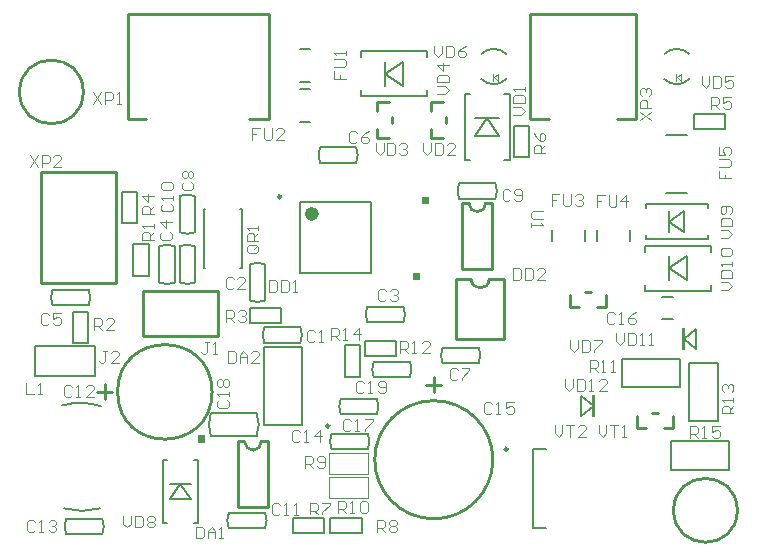
<source format=gto>
G04 Layer_Color=65535*
%FSLAX24Y24*%
%MOIN*%
G70*
G01*
G75*
%ADD10C,0.0079*%
%ADD42C,0.0098*%
%ADD46C,0.0236*%
%ADD66C,0.0070*%
%ADD67C,0.0100*%
%ADD68C,0.0070*%
%ADD69C,0.0071*%
%ADD70C,0.0050*%
%ADD71C,0.0067*%
%ADD72C,0.0039*%
G36*
X39059Y33813D02*
X38949D01*
Y34533D01*
X39059D01*
Y33813D01*
D02*
G37*
G36*
X26045Y32947D02*
X25795D01*
Y33197D01*
X26045D01*
Y32947D01*
D02*
G37*
G36*
X42055Y36047D02*
X41945D01*
Y36767D01*
X42055D01*
Y36047D01*
D02*
G37*
G36*
X33526Y40890D02*
X33276D01*
Y41140D01*
X33526D01*
Y40890D01*
D02*
G37*
G36*
X33220Y38350D02*
X32970D01*
Y38600D01*
X33220D01*
Y38350D01*
D02*
G37*
D10*
X28012Y36142D02*
X29272D01*
X28012Y33543D02*
X29272D01*
X28012D02*
Y36142D01*
X29272Y33543D02*
Y36142D01*
X29203Y44970D02*
X29557D01*
X29203Y46073D02*
X29557D01*
X29203Y43642D02*
X29557D01*
X29203Y44744D02*
X29557D01*
X37618Y39675D02*
Y40030D01*
X38720Y39675D02*
Y40030D01*
X39104Y39675D02*
Y40030D01*
X40207Y39675D02*
Y40030D01*
X41417Y41270D02*
X42126D01*
X41417Y43199D02*
X42126D01*
X27224Y40728D02*
X27264D01*
Y38760D02*
Y40728D01*
X27224Y38760D02*
X27264D01*
X26004Y40728D02*
X26043D01*
X26004Y38760D02*
Y40728D01*
Y38760D02*
X26043D01*
X34705Y44577D02*
X34892D01*
X36014D02*
X36201D01*
X34705Y42372D02*
X34892D01*
X36014D02*
X36201D01*
X34705D02*
Y44577D01*
X36201Y42372D02*
Y44577D01*
X31250Y44498D02*
Y44685D01*
Y45807D02*
Y45994D01*
X33455Y44498D02*
Y44685D01*
Y45807D02*
Y45994D01*
X31250Y44498D02*
X33455D01*
X31250Y45994D02*
X33455D01*
X24656Y30276D02*
Y32362D01*
X25797Y30276D02*
Y32362D01*
X24656D02*
X24764D01*
X25689D02*
X25797D01*
X24656Y30276D02*
X24764D01*
X25689D02*
X25797D01*
X40728Y39744D02*
X42815D01*
X40728Y40886D02*
X42815D01*
X40728Y39744D02*
Y39852D01*
Y40778D02*
Y40886D01*
X42815Y39744D02*
Y39852D01*
Y40778D02*
Y40886D01*
X40699Y38002D02*
Y38189D01*
Y39311D02*
Y39498D01*
X42904Y38002D02*
Y38189D01*
Y39311D02*
Y39498D01*
X40699Y38002D02*
X42904D01*
X40699Y39498D02*
X42904D01*
X41995Y36407D02*
X42425Y36077D01*
X41995Y36407D02*
X42425Y36737D01*
Y36077D02*
Y36737D01*
X38579Y34503D02*
X39009Y34173D01*
X38579Y33843D02*
X39009Y34173D01*
X38579Y33843D02*
Y34503D01*
X36978Y30089D02*
Y32726D01*
X37411D01*
X36978Y30089D02*
X37411D01*
X29213Y38602D02*
Y40965D01*
X31575Y38602D02*
Y40965D01*
X29213Y38602D02*
X31575D01*
X29213Y40965D02*
X31575D01*
D42*
X30187Y33504D02*
G03*
X30187Y33504I-49J0D01*
G01*
X36132Y32726D02*
G03*
X36132Y32726I-49J0D01*
G01*
X28573Y41142D02*
G03*
X28573Y41142I-49J0D01*
G01*
D46*
X29724Y40571D02*
G03*
X29724Y40571I-118J0D01*
G01*
D66*
X20962Y38041D02*
G03*
X20961Y37531I608J-256D01*
G01*
X22169D02*
G03*
X22168Y38041I-609J255D01*
G01*
X28018Y36790D02*
G03*
X28019Y36280I609J-255D01*
G01*
X29225D02*
G03*
X29226Y36790I-608J256D01*
G01*
X27541Y37684D02*
G03*
X28051Y37684I255J609D01*
G01*
Y38891D02*
G03*
X27541Y38891I-256J-608D01*
G01*
X32661Y36970D02*
G03*
X32661Y37480I-609J255D01*
G01*
X31454D02*
G03*
X31453Y36970I608J-256D01*
G01*
X25028Y39492D02*
G03*
X24518Y39491I-255J-609D01*
G01*
Y38284D02*
G03*
X25028Y38284I256J608D01*
G01*
X31086Y42275D02*
G03*
X31086Y42785I-609J255D01*
G01*
X29879D02*
G03*
X29878Y42275I608J-256D01*
G01*
X35171Y35602D02*
G03*
X35170Y36112I-609J255D01*
G01*
X33963D02*
G03*
X33963Y35602I608J-256D01*
G01*
X25707Y41165D02*
G03*
X25197Y41164I-255J-609D01*
G01*
Y39958D02*
G03*
X25707Y39957I256J608D01*
G01*
X34514Y41593D02*
G03*
X34515Y41083I609J-255D01*
G01*
X35722D02*
G03*
X35722Y41593I-608J256D01*
G01*
X25197Y38284D02*
G03*
X25708Y38284I255J609D01*
G01*
Y39491D02*
G03*
X25197Y39492I-256J-608D01*
G01*
X28045Y30090D02*
G03*
X28044Y30600I-609J255D01*
G01*
X26838D02*
G03*
X26837Y30090I608J-256D01*
G01*
X21414Y30412D02*
G03*
X21414Y29902I609J-255D01*
G01*
X22621D02*
G03*
X22622Y30412I-608J256D01*
G01*
X30262Y33237D02*
G03*
X30263Y32727I609J-255D01*
G01*
X31470D02*
G03*
X31470Y33237I-608J256D01*
G01*
X31775Y33899D02*
G03*
X31775Y34409I-609J255D01*
G01*
X30568D02*
G03*
X30567Y33899I608J-256D01*
G01*
X31670Y35648D02*
G03*
X31670Y35138I609J-255D01*
G01*
X32877D02*
G03*
X32878Y35648I-608J256D01*
G01*
X20965Y37530D02*
X22165D01*
X20964Y38041D02*
X22165D01*
X28022Y36280D02*
X29223D01*
X28022Y36790D02*
X29222D01*
X28051Y37687D02*
Y38888D01*
X27540Y37687D02*
Y38887D01*
X31456Y37480D02*
X32657D01*
X31457Y36969D02*
X32657D01*
X24518Y38287D02*
Y39488D01*
X25029Y38288D02*
Y39488D01*
X29882Y42785D02*
X31082D01*
X29882Y42275D02*
X31082D01*
X33966Y36112D02*
X35167D01*
X33967Y35601D02*
X35167D01*
X25197Y39960D02*
Y41161D01*
X25708Y39961D02*
Y41161D01*
X34518Y41083D02*
X35719D01*
X34518Y41594D02*
X35718D01*
X25708Y38288D02*
Y39489D01*
X25197Y38288D02*
Y39488D01*
X26840Y30600D02*
X28041D01*
X26841Y30089D02*
X28041D01*
X21418Y29902D02*
X22618D01*
X21418Y30412D02*
X22618D01*
X30266Y32726D02*
X31467D01*
X30266Y33237D02*
X31466D01*
X30571Y34409D02*
X31771D01*
X30571Y33899D02*
X31771D01*
X31674Y35138D02*
X32874D01*
X31674Y35649D02*
X32874D01*
X23661Y38514D02*
X24173D01*
X23661Y39557D02*
X24173D01*
Y38514D02*
Y39557D01*
X23661Y38514D02*
Y39557D01*
X21644Y36260D02*
X22156D01*
X21644Y37303D02*
X22156D01*
Y36260D02*
Y37303D01*
X21644Y36260D02*
Y37303D01*
X28583Y36929D02*
Y37441D01*
X27539Y36929D02*
Y37441D01*
X28583D01*
X27539Y36929D02*
X28583D01*
X23268Y40266D02*
X23780D01*
X23268Y41309D02*
X23780D01*
Y40266D02*
Y41309D01*
X23268Y40266D02*
Y41309D01*
X42333Y43396D02*
Y43907D01*
X43376Y43396D02*
Y43907D01*
X42333Y43396D02*
X43376D01*
X42333Y43907D02*
X43376D01*
X36348Y42471D02*
X36860D01*
X36348Y43514D02*
X36860D01*
Y42471D02*
Y43514D01*
X36348Y42471D02*
Y43514D01*
X30010Y29931D02*
Y30443D01*
X28966Y29931D02*
Y30443D01*
X30010D01*
X28966Y29931D02*
X30010D01*
X31270D02*
Y30443D01*
X30226Y29931D02*
Y30443D01*
X31270D01*
X30226Y29931D02*
X31270D01*
X30699Y35148D02*
X31211D01*
X30699Y36191D02*
X31211D01*
Y35148D02*
Y36191D01*
X30699Y35148D02*
Y36191D01*
X32421Y35817D02*
Y36329D01*
X31378Y35817D02*
Y36329D01*
X32421D01*
X31378Y35817D02*
X32421D01*
D67*
X34844Y40919D02*
G03*
X35403Y40938I280J0D01*
G01*
X26280Y34636D02*
G03*
X26280Y34636I-1575J0D01*
G01*
X35640Y32376D02*
G03*
X35640Y32376I-1969J0D01*
G01*
X27364Y32976D02*
G03*
X27923Y32995I280J0D01*
G01*
X34920Y38400D02*
G03*
X35520Y38400I300J0D01*
G01*
X43789Y30689D02*
G03*
X43789Y30689I-1063J0D01*
G01*
X21988Y44636D02*
G03*
X21988Y44636I-1063J0D01*
G01*
X34626Y40940D02*
X34826D01*
X35426D02*
X35626D01*
X34626Y38740D02*
X35626D01*
X34626D02*
Y40940D01*
X35626Y38740D02*
Y40940D01*
X36870Y47226D02*
X40413D01*
X39783Y43722D02*
X40413D01*
X36870D02*
X37500D01*
X40413D02*
Y47226D01*
X36870Y43722D02*
Y47226D01*
X27520Y43722D02*
X28189D01*
X23465D02*
X24094D01*
X23465D02*
Y46439D01*
X28189Y43722D02*
Y46439D01*
X23465Y47226D02*
X25827D01*
X23465Y46400D02*
Y47226D01*
X25827D02*
X28189D01*
Y46439D02*
Y47226D01*
X22455Y34636D02*
X22955D01*
X22705Y34386D02*
Y34886D01*
X33421Y34876D02*
X33921D01*
X33671Y34626D02*
Y35126D01*
X28145Y30797D02*
Y32997D01*
X27145Y30797D02*
Y32997D01*
Y30797D02*
X28145D01*
X27945Y32997D02*
X28145D01*
X27145D02*
X27345D01*
X34420Y38400D02*
X34920D01*
X34420Y36400D02*
X36020D01*
Y38400D01*
X34420Y36400D02*
Y38400D01*
X35520D02*
X36020D01*
X23974Y38014D02*
X24974D01*
X23974Y36514D02*
Y38014D01*
X26474Y36514D02*
Y38014D01*
X23974Y36514D02*
X26474D01*
X24974Y38014D02*
X26474D01*
X33576Y44297D02*
X33976D01*
X33576Y43997D02*
Y44297D01*
Y43097D02*
X33976D01*
X33576D02*
Y43397D01*
X34076Y43597D02*
Y43797D01*
X31785Y44297D02*
X32185D01*
X31785Y43997D02*
Y44297D01*
Y43097D02*
X32185D01*
X31785D02*
Y43397D01*
X32285Y43597D02*
Y43797D01*
X39122Y37464D02*
X39422D01*
X38222D02*
Y37864D01*
Y37464D02*
X38522D01*
X38722Y37964D02*
X38922D01*
X39422Y37464D02*
Y37864D01*
X41337Y33449D02*
X41637D01*
X40437D02*
Y33849D01*
Y33449D02*
X40737D01*
X40937Y33949D02*
X41137D01*
X41637Y33449D02*
Y33849D01*
X23087Y39841D02*
X23089Y41982D01*
X20589D02*
X23089D01*
X20589Y38282D02*
X23089D01*
X20567Y38305D02*
Y41967D01*
X23087Y38305D02*
X23089Y39882D01*
D68*
X27768Y33182D02*
G03*
X27768Y33924I-1004J371D01*
G01*
X26239Y33924D02*
G03*
X26239Y33184I1025J-371D01*
G01*
X26245Y33923D02*
X27765D01*
X26245Y33183D02*
X27765D01*
X39945Y34786D02*
X41875D01*
X39945Y35746D02*
X41875D01*
X39945Y34786D02*
Y35746D01*
X41875Y34786D02*
Y35746D01*
X42168Y33656D02*
Y35586D01*
X43128Y33656D02*
Y35586D01*
X42168D02*
X43128D01*
X42168Y33656D02*
X43128D01*
X41579Y32990D02*
X43509D01*
X41579Y32030D02*
X43509D01*
Y32990D01*
X41579Y32030D02*
Y32990D01*
D69*
X22586Y34155D02*
G03*
X21285Y34185I-697J-2035D01*
G01*
X21350Y30752D02*
G03*
X22543Y30756I589J2068D01*
G01*
X42187Y45900D02*
G03*
X41352Y45900I-418J-418D01*
G01*
Y45065D02*
G03*
X42187Y45065I418J418D01*
G01*
X36085Y45900D02*
G03*
X35250Y45900I-418J-418D01*
G01*
Y45065D02*
G03*
X36085Y45065I418J418D01*
G01*
D70*
X20390Y36150D02*
X22390D01*
Y35150D02*
Y36150D01*
X20390Y35150D02*
X22390D01*
X20390D02*
Y36150D01*
X35053Y43774D02*
X35853D01*
X35053Y43174D02*
X35853D01*
X35453Y43774D02*
X35853Y43174D01*
X35053D02*
X35453Y43774D01*
X32052Y44846D02*
Y45646D01*
X32652Y44846D02*
Y45646D01*
X32052Y45246D02*
X32652Y45646D01*
X32052Y45246D02*
X32652Y44846D01*
X24876Y31069D02*
X25226Y31569D01*
X25576Y31069D01*
X24876Y31569D02*
X25576D01*
X24876Y31069D02*
X25576D01*
X41522Y40315D02*
X42022Y39965D01*
X41522Y40315D02*
X42022Y40665D01*
X41522Y39965D02*
Y40665D01*
X42022Y39965D02*
Y40665D01*
X41501Y38350D02*
Y39150D01*
X42101Y38350D02*
Y39150D01*
X41501Y38750D02*
X42101Y39150D01*
X41501Y38750D02*
X42101Y38350D01*
D71*
X41289Y37077D02*
X41644D01*
X41289Y37785D02*
X41644D01*
D72*
X30179Y31904D02*
Y32604D01*
X31494Y31904D02*
Y32604D01*
X30179Y31904D02*
X31494D01*
X30179Y32604D02*
X31494D01*
X30179Y31106D02*
Y31807D01*
X31494Y31106D02*
Y31807D01*
X30179Y31106D02*
X31494D01*
X30179Y31807D02*
X31494D01*
X41782Y45128D02*
X41900Y45246D01*
X41782Y45128D02*
X41900Y45010D01*
Y45246D01*
X41742Y45010D02*
Y45246D01*
X35679Y45128D02*
X35797Y45246D01*
X35679Y45128D02*
X35797Y45010D01*
Y45246D01*
X35640Y45010D02*
Y45246D01*
X20853Y37188D02*
X20787Y37254D01*
X20656D01*
X20591Y37188D01*
Y36926D01*
X20656Y36860D01*
X20787D01*
X20853Y36926D01*
X21247Y37254D02*
X20984D01*
Y37057D01*
X21115Y37123D01*
X21181D01*
X21247Y37057D01*
Y36926D01*
X21181Y36860D01*
X21050D01*
X20984Y36926D01*
X22782Y35994D02*
X22651D01*
X22716D01*
Y35666D01*
X22651Y35600D01*
X22585D01*
X22520Y35666D01*
X23176Y35600D02*
X22913D01*
X23176Y35863D01*
Y35928D01*
X23110Y35994D01*
X22979D01*
X22913Y35928D01*
X37303Y40650D02*
X36975D01*
X36909Y40584D01*
Y40453D01*
X36975Y40387D01*
X37303D01*
X36909Y40256D02*
Y40125D01*
Y40190D01*
X37303D01*
X37237Y40256D01*
X40532Y43701D02*
X40925Y43963D01*
X40532D02*
X40925Y43701D01*
Y44094D02*
X40532D01*
Y44291D01*
X40597Y44357D01*
X40728D01*
X40794Y44291D01*
Y44094D01*
X40597Y44488D02*
X40532Y44554D01*
Y44685D01*
X40597Y44750D01*
X40663D01*
X40728Y44685D01*
Y44619D01*
Y44685D01*
X40794Y44750D01*
X40860D01*
X40925Y44685D01*
Y44554D01*
X40860Y44488D01*
X22323Y44626D02*
X22585Y44232D01*
Y44626D02*
X22323Y44232D01*
X22716D02*
Y44626D01*
X22913D01*
X22979Y44560D01*
Y44429D01*
X22913Y44363D01*
X22716D01*
X23110Y44232D02*
X23241D01*
X23176D01*
Y44626D01*
X23110Y44560D01*
X29721Y36637D02*
X29655Y36703D01*
X29524D01*
X29459Y36637D01*
Y36375D01*
X29524Y36309D01*
X29655D01*
X29721Y36375D01*
X29852Y36309D02*
X29983D01*
X29918D01*
Y36703D01*
X29852Y36637D01*
X26995Y38389D02*
X26929Y38455D01*
X26798D01*
X26732Y38389D01*
Y38127D01*
X26798Y38061D01*
X26929D01*
X26995Y38127D01*
X27388Y38061D02*
X27126D01*
X27388Y38323D01*
Y38389D01*
X27323Y38455D01*
X27191D01*
X27126Y38389D01*
X32083Y37985D02*
X32018Y38051D01*
X31886D01*
X31821Y37985D01*
Y37723D01*
X31886Y37657D01*
X32018D01*
X32083Y37723D01*
X32214Y37985D02*
X32280Y38051D01*
X32411D01*
X32477Y37985D01*
Y37920D01*
X32411Y37854D01*
X32346D01*
X32411D01*
X32477Y37789D01*
Y37723D01*
X32411Y37657D01*
X32280D01*
X32214Y37723D01*
X24623Y39977D02*
X24557Y39911D01*
Y39780D01*
X24623Y39715D01*
X24885D01*
X24951Y39780D01*
Y39911D01*
X24885Y39977D01*
X24951Y40305D02*
X24557D01*
X24754Y40108D01*
Y40371D01*
X31109Y43261D02*
X31043Y43327D01*
X30912D01*
X30846Y43261D01*
Y42999D01*
X30912Y42933D01*
X31043D01*
X31109Y42999D01*
X31502Y43327D02*
X31371Y43261D01*
X31240Y43130D01*
Y42999D01*
X31306Y42933D01*
X31437D01*
X31502Y42999D01*
Y43064D01*
X31437Y43130D01*
X31240D01*
X34465Y35367D02*
X34400Y35433D01*
X34268D01*
X34203Y35367D01*
Y35105D01*
X34268Y35039D01*
X34400D01*
X34465Y35105D01*
X34596Y35433D02*
X34859D01*
Y35367D01*
X34596Y35105D01*
Y35039D01*
X25331Y41621D02*
X25266Y41555D01*
Y41424D01*
X25331Y41358D01*
X25594D01*
X25659Y41424D01*
Y41555D01*
X25594Y41621D01*
X25331Y41752D02*
X25266Y41817D01*
Y41949D01*
X25331Y42014D01*
X25397D01*
X25463Y41949D01*
X25528Y42014D01*
X25594D01*
X25659Y41949D01*
Y41817D01*
X25594Y41752D01*
X25528D01*
X25463Y41817D01*
X25397Y41752D01*
X25331D01*
X25463Y41817D02*
Y41949D01*
X36227Y41332D02*
X36161Y41398D01*
X36030D01*
X35965Y41332D01*
Y41070D01*
X36030Y41004D01*
X36161D01*
X36227Y41070D01*
X36358D02*
X36424Y41004D01*
X36555D01*
X36621Y41070D01*
Y41332D01*
X36555Y41398D01*
X36424D01*
X36358Y41332D01*
Y41266D01*
X36424Y41201D01*
X36621D01*
X24642Y40912D02*
X24577Y40846D01*
Y40715D01*
X24642Y40650D01*
X24905D01*
X24970Y40715D01*
Y40846D01*
X24905Y40912D01*
X24970Y41043D02*
Y41174D01*
Y41109D01*
X24577D01*
X24642Y41043D01*
Y41371D02*
X24577Y41437D01*
Y41568D01*
X24642Y41634D01*
X24905D01*
X24970Y41568D01*
Y41437D01*
X24905Y41371D01*
X24642D01*
X28540Y30869D02*
X28474Y30935D01*
X28343D01*
X28278Y30869D01*
Y30607D01*
X28343Y30541D01*
X28474D01*
X28540Y30607D01*
X28671Y30541D02*
X28802D01*
X28737D01*
Y30935D01*
X28671Y30869D01*
X28999Y30541D02*
X29130D01*
X29065D01*
Y30935D01*
X28999Y30869D01*
X21611Y34796D02*
X21545Y34862D01*
X21414D01*
X21348Y34796D01*
Y34534D01*
X21414Y34469D01*
X21545D01*
X21611Y34534D01*
X21742Y34469D02*
X21873D01*
X21808D01*
Y34862D01*
X21742Y34796D01*
X22332Y34469D02*
X22070D01*
X22332Y34731D01*
Y34796D01*
X22267Y34862D01*
X22136D01*
X22070Y34796D01*
X20371Y30289D02*
X20305Y30354D01*
X20174D01*
X20108Y30289D01*
Y30026D01*
X20174Y29961D01*
X20305D01*
X20371Y30026D01*
X20502Y29961D02*
X20633D01*
X20567D01*
Y30354D01*
X20502Y30289D01*
X20830D02*
X20895Y30354D01*
X21027D01*
X21092Y30289D01*
Y30223D01*
X21027Y30157D01*
X20961D01*
X21027D01*
X21092Y30092D01*
Y30026D01*
X21027Y29961D01*
X20895D01*
X20830Y30026D01*
X29209Y33300D02*
X29144Y33366D01*
X29012D01*
X28947Y33300D01*
Y33038D01*
X29012Y32972D01*
X29144D01*
X29209Y33038D01*
X29340Y32972D02*
X29472D01*
X29406D01*
Y33366D01*
X29340Y33300D01*
X29865Y32972D02*
Y33366D01*
X29668Y33169D01*
X29931D01*
X35607Y34226D02*
X35541Y34291D01*
X35410D01*
X35344Y34226D01*
Y33963D01*
X35410Y33898D01*
X35541D01*
X35607Y33963D01*
X35738Y33898D02*
X35869D01*
X35804D01*
Y34291D01*
X35738Y34226D01*
X36328Y34291D02*
X36066D01*
Y34094D01*
X36197Y34160D01*
X36263D01*
X36328Y34094D01*
Y33963D01*
X36263Y33898D01*
X36132D01*
X36066Y33963D01*
X39701Y37228D02*
X39636Y37293D01*
X39505D01*
X39439Y37228D01*
Y36965D01*
X39505Y36900D01*
X39636D01*
X39701Y36965D01*
X39833Y36900D02*
X39964D01*
X39898D01*
Y37293D01*
X39833Y37228D01*
X40423Y37293D02*
X40292Y37228D01*
X40161Y37096D01*
Y36965D01*
X40226Y36900D01*
X40357D01*
X40423Y36965D01*
Y37031D01*
X40357Y37096D01*
X40161D01*
X30912Y33674D02*
X30846Y33740D01*
X30715D01*
X30650Y33674D01*
Y33412D01*
X30715Y33346D01*
X30846D01*
X30912Y33412D01*
X31043Y33346D02*
X31174D01*
X31109D01*
Y33740D01*
X31043Y33674D01*
X31371Y33740D02*
X31634D01*
Y33674D01*
X31371Y33412D01*
Y33346D01*
X26522Y34357D02*
X26457Y34291D01*
Y34160D01*
X26522Y34094D01*
X26785D01*
X26850Y34160D01*
Y34291D01*
X26785Y34357D01*
X26850Y34488D02*
Y34619D01*
Y34554D01*
X26457D01*
X26522Y34488D01*
Y34816D02*
X26457Y34882D01*
Y35013D01*
X26522Y35078D01*
X26588D01*
X26654Y35013D01*
X26719Y35078D01*
X26785D01*
X26850Y35013D01*
Y34882D01*
X26785Y34816D01*
X26719D01*
X26654Y34882D01*
X26588Y34816D01*
X26522D01*
X26654Y34882D02*
Y35013D01*
X31345Y34934D02*
X31279Y35000D01*
X31148D01*
X31083Y34934D01*
Y34672D01*
X31148Y34606D01*
X31279D01*
X31345Y34672D01*
X31476Y34606D02*
X31607D01*
X31542D01*
Y35000D01*
X31476Y34934D01*
X31804Y34672D02*
X31870Y34606D01*
X32001D01*
X32067Y34672D01*
Y34934D01*
X32001Y35000D01*
X31870D01*
X31804Y34934D01*
Y34869D01*
X31870Y34803D01*
X32067D01*
X25738Y30148D02*
Y29754D01*
X25935D01*
X26001Y29820D01*
Y30082D01*
X25935Y30148D01*
X25738D01*
X26132Y29754D02*
Y30016D01*
X26263Y30148D01*
X26394Y30016D01*
Y29754D01*
Y29951D01*
X26132D01*
X26525Y29754D02*
X26657D01*
X26591D01*
Y30148D01*
X26525Y30082D01*
X26801Y36004D02*
Y35610D01*
X26998D01*
X27064Y35676D01*
Y35938D01*
X26998Y36004D01*
X26801D01*
X27195Y35610D02*
Y35873D01*
X27326Y36004D01*
X27457Y35873D01*
Y35610D01*
Y35807D01*
X27195D01*
X27851Y35610D02*
X27588D01*
X27851Y35873D01*
Y35938D01*
X27785Y36004D01*
X27654D01*
X27588Y35938D01*
X36319Y38770D02*
Y38376D01*
X36516D01*
X36581Y38442D01*
Y38704D01*
X36516Y38770D01*
X36319D01*
X36712D02*
Y38376D01*
X36909D01*
X36975Y38442D01*
Y38704D01*
X36909Y38770D01*
X36712D01*
X37368Y38376D02*
X37106D01*
X37368Y38638D01*
Y38704D01*
X37303Y38770D01*
X37172D01*
X37106Y38704D01*
X30345Y45341D02*
Y45079D01*
X30541D01*
Y45210D01*
Y45079D01*
X30738D01*
X30345Y45472D02*
X30673D01*
X30738Y45538D01*
Y45669D01*
X30673Y45735D01*
X30345D01*
X30738Y45866D02*
Y45997D01*
Y45931D01*
X30345D01*
X30410Y45866D01*
X27880Y43425D02*
X27618D01*
Y43228D01*
X27749D01*
X27618D01*
Y43032D01*
X28012Y43425D02*
Y43097D01*
X28077Y43032D01*
X28208D01*
X28274Y43097D01*
Y43425D01*
X28668Y43032D02*
X28405D01*
X28668Y43294D01*
Y43359D01*
X28602Y43425D01*
X28471D01*
X28405Y43359D01*
X37861Y41230D02*
X37598D01*
Y41033D01*
X37730D01*
X37598D01*
Y40837D01*
X37992Y41230D02*
Y40902D01*
X38058Y40837D01*
X38189D01*
X38254Y40902D01*
Y41230D01*
X38386Y41165D02*
X38451Y41230D01*
X38582D01*
X38648Y41165D01*
Y41099D01*
X38582Y41033D01*
X38517D01*
X38582D01*
X38648Y40968D01*
Y40902D01*
X38582Y40837D01*
X38451D01*
X38386Y40902D01*
X39367Y41201D02*
X39104D01*
Y41004D01*
X39236D01*
X39104D01*
Y40807D01*
X39498Y41201D02*
Y40873D01*
X39564Y40807D01*
X39695D01*
X39760Y40873D01*
Y41201D01*
X40088Y40807D02*
Y41201D01*
X39891Y41004D01*
X40154D01*
X43189Y42014D02*
Y41752D01*
X43386D01*
Y41883D01*
Y41752D01*
X43583D01*
X43189Y42146D02*
X43517D01*
X43583Y42211D01*
Y42342D01*
X43517Y42408D01*
X43189D01*
Y42801D02*
Y42539D01*
X43386D01*
X43320Y42670D01*
Y42736D01*
X43386Y42801D01*
X43517D01*
X43583Y42736D01*
Y42605D01*
X43517Y42539D01*
X26178Y36309D02*
X26047D01*
X26112D01*
Y35981D01*
X26047Y35915D01*
X25981D01*
X25915Y35981D01*
X26309Y35915D02*
X26440D01*
X26375D01*
Y36309D01*
X26309Y36243D01*
X20090Y34944D02*
Y34550D01*
X20352D01*
X20484D02*
X20615D01*
X20549D01*
Y34944D01*
X20484Y34878D01*
X27759Y39524D02*
X27497D01*
X27431Y39459D01*
Y39327D01*
X27497Y39262D01*
X27759D01*
X27825Y39327D01*
Y39459D01*
X27694Y39393D02*
X27825Y39524D01*
Y39459D02*
X27759Y39524D01*
X27825Y39655D02*
X27431D01*
Y39852D01*
X27497Y39918D01*
X27628D01*
X27694Y39852D01*
Y39655D01*
Y39787D02*
X27825Y39918D01*
Y40049D02*
Y40180D01*
Y40115D01*
X27431D01*
X27497Y40049D01*
X24341Y39705D02*
X23947D01*
Y39902D01*
X24013Y39967D01*
X24144D01*
X24209Y39902D01*
Y39705D01*
Y39836D02*
X24341Y39967D01*
Y40098D02*
Y40229D01*
Y40164D01*
X23947D01*
X24013Y40098D01*
X22352Y36693D02*
Y37086D01*
X22549D01*
X22615Y37021D01*
Y36890D01*
X22549Y36824D01*
X22352D01*
X22484D02*
X22615Y36693D01*
X23008D02*
X22746D01*
X23008Y36955D01*
Y37021D01*
X22943Y37086D01*
X22812D01*
X22746Y37021D01*
X26742Y36978D02*
Y37372D01*
X26939D01*
X27005Y37306D01*
Y37175D01*
X26939Y37110D01*
X26742D01*
X26873D02*
X27005Y36978D01*
X27136Y37306D02*
X27201Y37372D01*
X27332D01*
X27398Y37306D01*
Y37241D01*
X27332Y37175D01*
X27267D01*
X27332D01*
X27398Y37110D01*
Y37044D01*
X27332Y36978D01*
X27201D01*
X27136Y37044D01*
X24350Y40581D02*
X23957D01*
Y40778D01*
X24022Y40843D01*
X24154D01*
X24219Y40778D01*
Y40581D01*
Y40712D02*
X24350Y40843D01*
Y41171D02*
X23957D01*
X24154Y40974D01*
Y41237D01*
X42923Y44075D02*
Y44468D01*
X43120D01*
X43186Y44403D01*
Y44272D01*
X43120Y44206D01*
X42923D01*
X43054D02*
X43186Y44075D01*
X43579Y44468D02*
X43317D01*
Y44272D01*
X43448Y44337D01*
X43514D01*
X43579Y44272D01*
Y44140D01*
X43514Y44075D01*
X43382D01*
X43317Y44140D01*
X37392Y42608D02*
X36998D01*
Y42805D01*
X37064Y42871D01*
X37195D01*
X37261Y42805D01*
Y42608D01*
Y42739D02*
X37392Y42871D01*
X36998Y43264D02*
X37064Y43133D01*
X37195Y43002D01*
X37326D01*
X37392Y43067D01*
Y43199D01*
X37326Y43264D01*
X37261D01*
X37195Y43199D01*
Y43002D01*
X29557Y30551D02*
Y30945D01*
X29754D01*
X29819Y30879D01*
Y30748D01*
X29754Y30682D01*
X29557D01*
X29688D02*
X29819Y30551D01*
X29951Y30945D02*
X30213D01*
Y30879D01*
X29951Y30617D01*
Y30551D01*
X31772Y29970D02*
Y30364D01*
X31968D01*
X32034Y30298D01*
Y30167D01*
X31968Y30102D01*
X31772D01*
X31903D02*
X32034Y29970D01*
X32165Y30298D02*
X32231Y30364D01*
X32362D01*
X32428Y30298D01*
Y30233D01*
X32362Y30167D01*
X32428Y30102D01*
Y30036D01*
X32362Y29970D01*
X32231D01*
X32165Y30036D01*
Y30102D01*
X32231Y30167D01*
X32165Y30233D01*
Y30298D01*
X32231Y30167D02*
X32362D01*
X29390Y32096D02*
Y32490D01*
X29587D01*
X29652Y32424D01*
Y32293D01*
X29587Y32228D01*
X29390D01*
X29521D02*
X29652Y32096D01*
X29783Y32162D02*
X29849Y32096D01*
X29980D01*
X30046Y32162D01*
Y32424D01*
X29980Y32490D01*
X29849D01*
X29783Y32424D01*
Y32359D01*
X29849Y32293D01*
X30046D01*
X30482Y30600D02*
Y30994D01*
X30679D01*
X30745Y30928D01*
Y30797D01*
X30679Y30732D01*
X30482D01*
X30613D02*
X30745Y30600D01*
X30876D02*
X31007D01*
X30941D01*
Y30994D01*
X30876Y30928D01*
X31204D02*
X31269Y30994D01*
X31401D01*
X31466Y30928D01*
Y30666D01*
X31401Y30600D01*
X31269D01*
X31204Y30666D01*
Y30928D01*
X38868Y35305D02*
Y35699D01*
X39065D01*
X39130Y35633D01*
Y35502D01*
X39065Y35436D01*
X38868D01*
X38999D02*
X39130Y35305D01*
X39262D02*
X39393D01*
X39327D01*
Y35699D01*
X39262Y35633D01*
X39590Y35305D02*
X39721D01*
X39655D01*
Y35699D01*
X39590Y35633D01*
X30246Y36358D02*
Y36752D01*
X30443D01*
X30508Y36686D01*
Y36555D01*
X30443Y36489D01*
X30246D01*
X30377D02*
X30508Y36358D01*
X30640D02*
X30771D01*
X30705D01*
Y36752D01*
X30640Y36686D01*
X31164Y36358D02*
Y36752D01*
X30968Y36555D01*
X31230D01*
X32549Y35925D02*
Y36319D01*
X32746D01*
X32812Y36253D01*
Y36122D01*
X32746Y36056D01*
X32549D01*
X32680D02*
X32812Y35925D01*
X32943D02*
X33074D01*
X33008D01*
Y36319D01*
X32943Y36253D01*
X33533Y35925D02*
X33271D01*
X33533Y36188D01*
Y36253D01*
X33468Y36319D01*
X33336D01*
X33271Y36253D01*
X43661Y33917D02*
X43268D01*
Y34114D01*
X43333Y34180D01*
X43465D01*
X43530Y34114D01*
Y33917D01*
Y34049D02*
X43661Y34180D01*
Y34311D02*
Y34442D01*
Y34376D01*
X43268D01*
X43333Y34311D01*
Y34639D02*
X43268Y34704D01*
Y34836D01*
X43333Y34901D01*
X43399D01*
X43465Y34836D01*
Y34770D01*
Y34836D01*
X43530Y34901D01*
X43596D01*
X43661Y34836D01*
Y34704D01*
X43596Y34639D01*
X42224Y33110D02*
Y33504D01*
X42421D01*
X42487Y33438D01*
Y33307D01*
X42421Y33241D01*
X42224D01*
X42356D02*
X42487Y33110D01*
X42618D02*
X42749D01*
X42684D01*
Y33504D01*
X42618Y33438D01*
X43208Y33504D02*
X42946D01*
Y33307D01*
X43077Y33373D01*
X43143D01*
X43208Y33307D01*
Y33176D01*
X43143Y33110D01*
X43012D01*
X42946Y33176D01*
X36319Y43868D02*
X36581D01*
X36713Y43999D01*
X36581Y44130D01*
X36319D01*
Y44262D02*
X36713D01*
Y44458D01*
X36647Y44524D01*
X36385D01*
X36319Y44458D01*
Y44262D01*
X36713Y44655D02*
Y44786D01*
Y44721D01*
X36319D01*
X36385Y44655D01*
X33317Y42933D02*
Y42671D01*
X33448Y42539D01*
X33579Y42671D01*
Y42933D01*
X33710D02*
Y42539D01*
X33907D01*
X33973Y42605D01*
Y42867D01*
X33907Y42933D01*
X33710D01*
X34366Y42539D02*
X34104D01*
X34366Y42802D01*
Y42867D01*
X34301Y42933D01*
X34170D01*
X34104Y42867D01*
X31732Y42923D02*
Y42661D01*
X31863Y42530D01*
X31995Y42661D01*
Y42923D01*
X32126D02*
Y42530D01*
X32323D01*
X32388Y42595D01*
Y42858D01*
X32323Y42923D01*
X32126D01*
X32519Y42858D02*
X32585Y42923D01*
X32716D01*
X32782Y42858D01*
Y42792D01*
X32716Y42726D01*
X32651D01*
X32716D01*
X32782Y42661D01*
Y42595D01*
X32716Y42530D01*
X32585D01*
X32519Y42595D01*
X33790Y44557D02*
X34052D01*
X34183Y44688D01*
X34052Y44819D01*
X33790D01*
Y44951D02*
X34183D01*
Y45147D01*
X34117Y45213D01*
X33855D01*
X33790Y45147D01*
Y44951D01*
X34183Y45541D02*
X33790D01*
X33986Y45344D01*
Y45607D01*
X38219Y36368D02*
Y36106D01*
X38350Y35974D01*
X38481Y36106D01*
Y36368D01*
X38612D02*
Y35974D01*
X38809D01*
X38874Y36040D01*
Y36302D01*
X38809Y36368D01*
X38612D01*
X39006D02*
X39268D01*
Y36302D01*
X39006Y36040D01*
Y35974D01*
X23327Y30512D02*
Y30249D01*
X23458Y30118D01*
X23589Y30249D01*
Y30512D01*
X23720D02*
Y30118D01*
X23917D01*
X23983Y30184D01*
Y30446D01*
X23917Y30512D01*
X23720D01*
X24114Y30446D02*
X24180Y30512D01*
X24311D01*
X24376Y30446D01*
Y30380D01*
X24311Y30315D01*
X24376Y30249D01*
Y30184D01*
X24311Y30118D01*
X24180D01*
X24114Y30184D01*
Y30249D01*
X24180Y30315D01*
X24114Y30380D01*
Y30446D01*
X24180Y30315D02*
X24311D01*
X43228Y39783D02*
X43491D01*
X43622Y39915D01*
X43491Y40046D01*
X43228D01*
Y40177D02*
X43622D01*
Y40374D01*
X43556Y40439D01*
X43294D01*
X43228Y40374D01*
Y40177D01*
X43556Y40571D02*
X43622Y40636D01*
Y40767D01*
X43556Y40833D01*
X43294D01*
X43228Y40767D01*
Y40636D01*
X43294Y40571D01*
X43360D01*
X43425Y40636D01*
Y40833D01*
X43228Y38041D02*
X43491D01*
X43622Y38173D01*
X43491Y38304D01*
X43228D01*
Y38435D02*
X43622D01*
Y38632D01*
X43556Y38697D01*
X43294D01*
X43228Y38632D01*
Y38435D01*
X43622Y38828D02*
Y38960D01*
Y38894D01*
X43228D01*
X43294Y38828D01*
Y39156D02*
X43228Y39222D01*
Y39353D01*
X43294Y39419D01*
X43556D01*
X43622Y39353D01*
Y39222D01*
X43556Y39156D01*
X43294D01*
X39744Y36594D02*
Y36332D01*
X39875Y36201D01*
X40006Y36332D01*
Y36594D01*
X40138D02*
Y36201D01*
X40334D01*
X40400Y36266D01*
Y36529D01*
X40334Y36594D01*
X40138D01*
X40531Y36201D02*
X40662D01*
X40597D01*
Y36594D01*
X40531Y36529D01*
X40859Y36201D02*
X40990D01*
X40925D01*
Y36594D01*
X40859Y36529D01*
X38061Y35069D02*
Y34806D01*
X38192Y34675D01*
X38323Y34806D01*
Y35069D01*
X38455D02*
Y34675D01*
X38651D01*
X38717Y34741D01*
Y35003D01*
X38651Y35069D01*
X38455D01*
X38848Y34675D02*
X38979D01*
X38914D01*
Y35069D01*
X38848Y35003D01*
X39439Y34675D02*
X39176D01*
X39439Y34938D01*
Y35003D01*
X39373Y35069D01*
X39242D01*
X39176Y35003D01*
X39163Y33523D02*
Y33261D01*
X39295Y33130D01*
X39426Y33261D01*
Y33523D01*
X39557D02*
X39819D01*
X39688D01*
Y33130D01*
X39951D02*
X40082D01*
X40016D01*
Y33523D01*
X39951Y33458D01*
X37697Y33523D02*
Y33261D01*
X37828Y33130D01*
X37959Y33261D01*
Y33523D01*
X38090D02*
X38353D01*
X38222D01*
Y33130D01*
X38746D02*
X38484D01*
X38746Y33392D01*
Y33458D01*
X38681Y33523D01*
X38550D01*
X38484Y33458D01*
X20207Y42529D02*
X20469Y42136D01*
Y42529D02*
X20207Y42136D01*
X20600D02*
Y42529D01*
X20797D01*
X20863Y42464D01*
Y42333D01*
X20797Y42267D01*
X20600D01*
X21256Y42136D02*
X20994D01*
X21256Y42398D01*
Y42464D01*
X21191Y42529D01*
X21059D01*
X20994Y42464D01*
X42598Y45167D02*
Y44905D01*
X42730Y44774D01*
X42861Y44905D01*
Y45167D01*
X42992D02*
Y44774D01*
X43189D01*
X43254Y44839D01*
Y45102D01*
X43189Y45167D01*
X42992D01*
X43648D02*
X43386D01*
Y44970D01*
X43517Y45036D01*
X43582D01*
X43648Y44970D01*
Y44839D01*
X43582Y44774D01*
X43451D01*
X43386Y44839D01*
X33691Y46181D02*
Y45919D01*
X33822Y45787D01*
X33953Y45919D01*
Y46181D01*
X34085D02*
Y45787D01*
X34281D01*
X34347Y45853D01*
Y46115D01*
X34281Y46181D01*
X34085D01*
X34740D02*
X34609Y46115D01*
X34478Y45984D01*
Y45853D01*
X34544Y45787D01*
X34675D01*
X34740Y45853D01*
Y45919D01*
X34675Y45984D01*
X34478D01*
X28189Y38356D02*
Y37963D01*
X28386D01*
X28451Y38028D01*
Y38291D01*
X28386Y38356D01*
X28189D01*
X28583D02*
Y37963D01*
X28779D01*
X28845Y38028D01*
Y38291D01*
X28779Y38356D01*
X28583D01*
X28976Y37963D02*
X29107D01*
X29042D01*
Y38356D01*
X28976Y38291D01*
M02*

</source>
